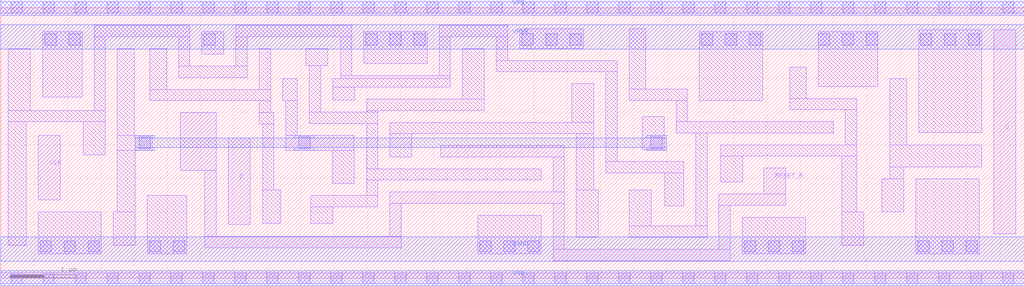
<source format=lef>
# Copyright 2020 The SkyWater PDK Authors
#
# Licensed under the Apache License, Version 2.0 (the "License");
# you may not use this file except in compliance with the License.
# You may obtain a copy of the License at
#
#     https://www.apache.org/licenses/LICENSE-2.0
#
# Unless required by applicable law or agreed to in writing, software
# distributed under the License is distributed on an "AS IS" BASIS,
# WITHOUT WARRANTIES OR CONDITIONS OF ANY KIND, either express or implied.
# See the License for the specific language governing permissions and
# limitations under the License.
#
# SPDX-License-Identifier: Apache-2.0

VERSION 5.5 ;
NAMESCASESENSITIVE ON ;
BUSBITCHARS "[]" ;
DIVIDERCHAR "/" ;
MACRO sky130_fd_sc_hvl__dfrtp_1
  CLASS CORE ;
  SOURCE USER ;
  ORIGIN  0.000000  0.000000 ;
  SIZE  15.36000 BY  4.070000 ;
  SYMMETRY X Y ;
  SITE unithv ;
  PIN D
    ANTENNAGATEAREA  0.420000 ;
    DIRECTION INPUT ;
    USE SIGNAL ;
    PORT
      LAYER li1 ;
        RECT 3.415000 0.810000 3.745000 2.105000 ;
    END
  END D
  PIN Q
    ANTENNADIFFAREA  0.611250 ;
    DIRECTION OUTPUT ;
    USE SIGNAL ;
    PORT
      LAYER li1 ;
        RECT 14.900000 0.665000 15.235000 3.735000 ;
    END
  END Q
  PIN RESET_B
    ANTENNAGATEAREA  1.260000 ;
    DIRECTION INPUT ;
    USE SIGNAL ;
    PORT
      LAYER li1 ;
        RECT  2.695000 1.620000  3.235000 2.490000 ;
        RECT  3.065000 0.460000  6.010000 0.630000 ;
        RECT  3.065000 0.630000  3.235000 1.620000 ;
        RECT  5.840000 0.630000  6.010000 1.125000 ;
        RECT  5.840000 1.125000  8.460000 1.295000 ;
        RECT  6.605000 1.825000  8.460000 1.995000 ;
        RECT  8.290000 0.265000 10.950000 0.435000 ;
        RECT  8.290000 0.435000  8.460000 1.125000 ;
        RECT  8.290000 1.295000  8.460000 1.825000 ;
        RECT 10.780000 0.435000 10.950000 1.095000 ;
        RECT 10.780000 1.095000 11.785000 1.265000 ;
        RECT 11.455000 1.265000 11.785000 1.655000 ;
    END
  END RESET_B
  PIN CLK
    ANTENNAGATEAREA  0.585000 ;
    DIRECTION INPUT ;
    USE CLOCK ;
    PORT
      LAYER li1 ;
        RECT 0.560000 1.175000 0.890000 2.150000 ;
    END
  END CLK
  PIN VGND
    DIRECTION INOUT ;
    USE GROUND ;
    PORT
      LAYER met1 ;
        RECT 0.000000 0.255000 15.360000 0.625000 ;
    END
  END VGND
  PIN VNB
    DIRECTION INOUT ;
    USE GROUND ;
    PORT
      LAYER met1 ;
        RECT 0.000000 -0.115000 15.360000 0.115000 ;
    END
  END VNB
  PIN VPB
    DIRECTION INOUT ;
    USE POWER ;
    PORT
      LAYER met1 ;
        RECT 0.000000 3.955000 15.360000 4.185000 ;
    END
  END VPB
  PIN VPWR
    DIRECTION INOUT ;
    USE POWER ;
    PORT
      LAYER met1 ;
        RECT 0.000000 3.445000 15.360000 3.815000 ;
    END
  END VPWR
  OBS
    LAYER li1 ;
      RECT  0.000000 -0.085000 15.360000 0.085000 ;
      RECT  0.000000  3.985000 15.360000 4.155000 ;
      RECT  0.110000  0.495000  0.380000 2.355000 ;
      RECT  0.110000  2.355000  1.570000 2.525000 ;
      RECT  0.110000  2.525000  0.440000 3.455000 ;
      RECT  0.560000  0.365000  1.510000 0.995000 ;
      RECT  0.630000  2.725000  1.220000 3.705000 ;
      RECT  1.240000  1.855000  1.570000 2.355000 ;
      RECT  1.400000  2.525000  1.570000 3.635000 ;
      RECT  1.400000  3.635000  2.840000 3.805000 ;
      RECT  1.690000  0.495000  2.020000 0.995000 ;
      RECT  1.750000  0.995000  2.020000 1.920000 ;
      RECT  1.750000  1.920000  2.275000 2.150000 ;
      RECT  1.750000  2.150000  2.000000 3.455000 ;
      RECT  2.200000  0.365000  2.790000 1.245000 ;
      RECT  2.240000  2.670000  4.050000 2.840000 ;
      RECT  2.240000  2.840000  2.490000 3.455000 ;
      RECT  2.670000  3.020000  3.700000 3.190000 ;
      RECT  2.670000  3.190000  2.840000 3.635000 ;
      RECT  3.020000  3.370000  3.350000 3.705000 ;
      RECT  3.530000  3.190000  3.700000 3.635000 ;
      RECT  3.530000  3.635000  5.270000 3.805000 ;
      RECT  3.880000  2.320000  4.100000 2.490000 ;
      RECT  3.880000  2.490000  4.050000 2.670000 ;
      RECT  3.880000  2.840000  4.050000 3.455000 ;
      RECT  3.930000  0.825000  4.200000 1.325000 ;
      RECT  3.930000  1.325000  4.100000 2.320000 ;
      RECT  4.230000  2.670000  4.450000 3.000000 ;
      RECT  4.280000  1.920000  5.305000 2.150000 ;
      RECT  4.280000  2.150000  4.450000 2.670000 ;
      RECT  4.580000  3.200000  4.910000 3.455000 ;
      RECT  4.630000  2.330000  5.660000 2.500000 ;
      RECT  4.630000  2.500000  4.800000 3.200000 ;
      RECT  4.650000  0.825000  4.980000 1.075000 ;
      RECT  4.650000  1.075000  5.660000 1.245000 ;
      RECT  4.975000  1.425000  5.305000 1.920000 ;
      RECT  4.980000  2.680000  5.310000 2.875000 ;
      RECT  4.980000  2.875000  6.750000 3.000000 ;
      RECT  5.100000  3.000000  6.750000 3.045000 ;
      RECT  5.100000  3.045000  5.270000 3.635000 ;
      RECT  5.450000  3.225000  6.400000 3.705000 ;
      RECT  5.490000  1.245000  5.660000 1.475000 ;
      RECT  5.490000  1.475000  8.110000 1.645000 ;
      RECT  5.490000  1.645000  5.660000 2.330000 ;
      RECT  5.490000  2.500000  5.660000 2.525000 ;
      RECT  5.490000  2.525000  7.260000 2.695000 ;
      RECT  5.840000  1.825000  6.170000 2.175000 ;
      RECT  5.840000  2.175000  8.900000 2.345000 ;
      RECT  6.580000  3.045000  6.750000 3.635000 ;
      RECT  6.580000  3.635000  7.610000 3.805000 ;
      RECT  6.930000  2.695000  7.260000 3.455000 ;
      RECT  7.160000  0.365000  8.110000 0.945000 ;
      RECT  7.440000  3.105000  9.250000 3.275000 ;
      RECT  7.440000  3.275000  7.610000 3.635000 ;
      RECT  7.790000  3.455000  8.740000 3.755000 ;
      RECT  8.570000  2.345000  8.900000 2.925000 ;
      RECT  8.640000  0.615000  8.970000 1.325000 ;
      RECT  8.640000  1.325000  8.900000 2.175000 ;
      RECT  9.080000  1.585000 10.250000 1.755000 ;
      RECT  9.080000  1.755000  9.250000 3.105000 ;
      RECT  9.430000  0.615000 10.600000 0.785000 ;
      RECT  9.430000  0.785000  9.760000 1.325000 ;
      RECT  9.430000  2.675000 10.305000 2.845000 ;
      RECT  9.430000  2.845000  9.680000 3.755000 ;
      RECT  9.625000  1.935000  9.955000 2.435000 ;
      RECT  9.965000  1.085000 10.250000 1.585000 ;
      RECT 10.135000  2.185000 12.495000 2.355000 ;
      RECT 10.135000  2.355000 10.305000 2.675000 ;
      RECT 10.430000  0.785000 10.600000 2.185000 ;
      RECT 10.485000  2.675000 11.435000 3.705000 ;
      RECT 10.805000  1.445000 11.135000 1.835000 ;
      RECT 10.805000  1.835000 12.845000 2.005000 ;
      RECT 11.130000  0.365000 12.080000 0.915000 ;
      RECT 11.840000  2.535000 12.845000 2.705000 ;
      RECT 11.840000  2.705000 12.090000 3.175000 ;
      RECT 12.270000  2.885000 13.165000 3.705000 ;
      RECT 12.620000  0.495000 12.950000 0.995000 ;
      RECT 12.620000  0.995000 12.845000 1.835000 ;
      RECT 12.675000  2.005000 12.845000 2.535000 ;
      RECT 13.225000  0.995000 13.555000 1.495000 ;
      RECT 13.345000  1.495000 13.555000 1.675000 ;
      RECT 13.345000  1.675000 14.720000 2.005000 ;
      RECT 13.345000  2.005000 13.595000 3.005000 ;
      RECT 13.735000  0.365000 14.685000 1.495000 ;
      RECT 13.775000  2.195000 14.720000 3.735000 ;
    LAYER mcon ;
      RECT  0.155000 -0.085000  0.325000 0.085000 ;
      RECT  0.155000 -0.085000  0.325000 0.085000 ;
      RECT  0.155000  3.985000  0.325000 4.155000 ;
      RECT  0.155000  3.985000  0.325000 4.155000 ;
      RECT  0.590000  0.395000  0.760000 0.565000 ;
      RECT  0.635000 -0.085000  0.805000 0.085000 ;
      RECT  0.635000 -0.085000  0.805000 0.085000 ;
      RECT  0.635000  3.985000  0.805000 4.155000 ;
      RECT  0.635000  3.985000  0.805000 4.155000 ;
      RECT  0.660000  3.505000  0.830000 3.675000 ;
      RECT  0.950000  0.395000  1.120000 0.565000 ;
      RECT  1.020000  3.505000  1.190000 3.675000 ;
      RECT  1.115000 -0.085000  1.285000 0.085000 ;
      RECT  1.115000 -0.085000  1.285000 0.085000 ;
      RECT  1.115000  3.985000  1.285000 4.155000 ;
      RECT  1.115000  3.985000  1.285000 4.155000 ;
      RECT  1.310000  0.395000  1.480000 0.565000 ;
      RECT  1.595000 -0.085000  1.765000 0.085000 ;
      RECT  1.595000 -0.085000  1.765000 0.085000 ;
      RECT  1.595000  3.985000  1.765000 4.155000 ;
      RECT  1.595000  3.985000  1.765000 4.155000 ;
      RECT  2.075000 -0.085000  2.245000 0.085000 ;
      RECT  2.075000 -0.085000  2.245000 0.085000 ;
      RECT  2.075000  1.950000  2.245000 2.120000 ;
      RECT  2.075000  3.985000  2.245000 4.155000 ;
      RECT  2.075000  3.985000  2.245000 4.155000 ;
      RECT  2.230000  0.395000  2.400000 0.565000 ;
      RECT  2.555000 -0.085000  2.725000 0.085000 ;
      RECT  2.555000 -0.085000  2.725000 0.085000 ;
      RECT  2.555000  3.985000  2.725000 4.155000 ;
      RECT  2.555000  3.985000  2.725000 4.155000 ;
      RECT  2.590000  0.395000  2.760000 0.565000 ;
      RECT  3.035000 -0.085000  3.205000 0.085000 ;
      RECT  3.035000 -0.085000  3.205000 0.085000 ;
      RECT  3.035000  3.985000  3.205000 4.155000 ;
      RECT  3.035000  3.985000  3.205000 4.155000 ;
      RECT  3.050000  3.505000  3.220000 3.675000 ;
      RECT  3.515000 -0.085000  3.685000 0.085000 ;
      RECT  3.515000 -0.085000  3.685000 0.085000 ;
      RECT  3.515000  3.985000  3.685000 4.155000 ;
      RECT  3.515000  3.985000  3.685000 4.155000 ;
      RECT  3.995000 -0.085000  4.165000 0.085000 ;
      RECT  3.995000 -0.085000  4.165000 0.085000 ;
      RECT  3.995000  3.985000  4.165000 4.155000 ;
      RECT  3.995000  3.985000  4.165000 4.155000 ;
      RECT  4.475000 -0.085000  4.645000 0.085000 ;
      RECT  4.475000 -0.085000  4.645000 0.085000 ;
      RECT  4.475000  1.950000  4.645000 2.120000 ;
      RECT  4.475000  3.985000  4.645000 4.155000 ;
      RECT  4.475000  3.985000  4.645000 4.155000 ;
      RECT  4.955000 -0.085000  5.125000 0.085000 ;
      RECT  4.955000 -0.085000  5.125000 0.085000 ;
      RECT  4.955000  3.985000  5.125000 4.155000 ;
      RECT  4.955000  3.985000  5.125000 4.155000 ;
      RECT  5.435000 -0.085000  5.605000 0.085000 ;
      RECT  5.435000 -0.085000  5.605000 0.085000 ;
      RECT  5.435000  3.985000  5.605000 4.155000 ;
      RECT  5.435000  3.985000  5.605000 4.155000 ;
      RECT  5.480000  3.505000  5.650000 3.675000 ;
      RECT  5.840000  3.505000  6.010000 3.675000 ;
      RECT  5.915000 -0.085000  6.085000 0.085000 ;
      RECT  5.915000 -0.085000  6.085000 0.085000 ;
      RECT  5.915000  3.985000  6.085000 4.155000 ;
      RECT  5.915000  3.985000  6.085000 4.155000 ;
      RECT  6.200000  3.505000  6.370000 3.675000 ;
      RECT  6.395000 -0.085000  6.565000 0.085000 ;
      RECT  6.395000 -0.085000  6.565000 0.085000 ;
      RECT  6.395000  3.985000  6.565000 4.155000 ;
      RECT  6.395000  3.985000  6.565000 4.155000 ;
      RECT  6.875000 -0.085000  7.045000 0.085000 ;
      RECT  6.875000 -0.085000  7.045000 0.085000 ;
      RECT  6.875000  3.985000  7.045000 4.155000 ;
      RECT  6.875000  3.985000  7.045000 4.155000 ;
      RECT  7.190000  0.395000  7.360000 0.565000 ;
      RECT  7.355000 -0.085000  7.525000 0.085000 ;
      RECT  7.355000 -0.085000  7.525000 0.085000 ;
      RECT  7.355000  3.985000  7.525000 4.155000 ;
      RECT  7.355000  3.985000  7.525000 4.155000 ;
      RECT  7.550000  0.395000  7.720000 0.565000 ;
      RECT  7.820000  3.505000  7.990000 3.675000 ;
      RECT  7.835000 -0.085000  8.005000 0.085000 ;
      RECT  7.835000 -0.085000  8.005000 0.085000 ;
      RECT  7.835000  3.985000  8.005000 4.155000 ;
      RECT  7.835000  3.985000  8.005000 4.155000 ;
      RECT  7.910000  0.395000  8.080000 0.565000 ;
      RECT  8.180000  3.505000  8.350000 3.675000 ;
      RECT  8.315000 -0.085000  8.485000 0.085000 ;
      RECT  8.315000 -0.085000  8.485000 0.085000 ;
      RECT  8.315000  3.985000  8.485000 4.155000 ;
      RECT  8.315000  3.985000  8.485000 4.155000 ;
      RECT  8.540000  3.505000  8.710000 3.675000 ;
      RECT  8.795000 -0.085000  8.965000 0.085000 ;
      RECT  8.795000 -0.085000  8.965000 0.085000 ;
      RECT  8.795000  3.985000  8.965000 4.155000 ;
      RECT  8.795000  3.985000  8.965000 4.155000 ;
      RECT  9.275000 -0.085000  9.445000 0.085000 ;
      RECT  9.275000 -0.085000  9.445000 0.085000 ;
      RECT  9.275000  3.985000  9.445000 4.155000 ;
      RECT  9.275000  3.985000  9.445000 4.155000 ;
      RECT  9.755000 -0.085000  9.925000 0.085000 ;
      RECT  9.755000 -0.085000  9.925000 0.085000 ;
      RECT  9.755000  1.950000  9.925000 2.120000 ;
      RECT  9.755000  3.985000  9.925000 4.155000 ;
      RECT  9.755000  3.985000  9.925000 4.155000 ;
      RECT 10.235000 -0.085000 10.405000 0.085000 ;
      RECT 10.235000 -0.085000 10.405000 0.085000 ;
      RECT 10.235000  3.985000 10.405000 4.155000 ;
      RECT 10.235000  3.985000 10.405000 4.155000 ;
      RECT 10.515000  3.505000 10.685000 3.675000 ;
      RECT 10.715000 -0.085000 10.885000 0.085000 ;
      RECT 10.715000 -0.085000 10.885000 0.085000 ;
      RECT 10.715000  3.985000 10.885000 4.155000 ;
      RECT 10.715000  3.985000 10.885000 4.155000 ;
      RECT 10.875000  3.505000 11.045000 3.675000 ;
      RECT 11.160000  0.395000 11.330000 0.565000 ;
      RECT 11.195000 -0.085000 11.365000 0.085000 ;
      RECT 11.195000 -0.085000 11.365000 0.085000 ;
      RECT 11.195000  3.985000 11.365000 4.155000 ;
      RECT 11.195000  3.985000 11.365000 4.155000 ;
      RECT 11.235000  3.505000 11.405000 3.675000 ;
      RECT 11.520000  0.395000 11.690000 0.565000 ;
      RECT 11.675000 -0.085000 11.845000 0.085000 ;
      RECT 11.675000 -0.085000 11.845000 0.085000 ;
      RECT 11.675000  3.985000 11.845000 4.155000 ;
      RECT 11.675000  3.985000 11.845000 4.155000 ;
      RECT 11.880000  0.395000 12.050000 0.565000 ;
      RECT 12.155000 -0.085000 12.325000 0.085000 ;
      RECT 12.155000 -0.085000 12.325000 0.085000 ;
      RECT 12.155000  3.985000 12.325000 4.155000 ;
      RECT 12.155000  3.985000 12.325000 4.155000 ;
      RECT 12.270000  3.505000 12.440000 3.675000 ;
      RECT 12.630000  3.505000 12.800000 3.675000 ;
      RECT 12.635000 -0.085000 12.805000 0.085000 ;
      RECT 12.635000 -0.085000 12.805000 0.085000 ;
      RECT 12.635000  3.985000 12.805000 4.155000 ;
      RECT 12.635000  3.985000 12.805000 4.155000 ;
      RECT 12.990000  3.505000 13.160000 3.675000 ;
      RECT 13.115000 -0.085000 13.285000 0.085000 ;
      RECT 13.115000 -0.085000 13.285000 0.085000 ;
      RECT 13.115000  3.985000 13.285000 4.155000 ;
      RECT 13.115000  3.985000 13.285000 4.155000 ;
      RECT 13.595000 -0.085000 13.765000 0.085000 ;
      RECT 13.595000 -0.085000 13.765000 0.085000 ;
      RECT 13.595000  3.985000 13.765000 4.155000 ;
      RECT 13.595000  3.985000 13.765000 4.155000 ;
      RECT 13.765000  0.395000 13.935000 0.565000 ;
      RECT 13.800000  3.505000 13.970000 3.675000 ;
      RECT 14.075000 -0.085000 14.245000 0.085000 ;
      RECT 14.075000 -0.085000 14.245000 0.085000 ;
      RECT 14.075000  3.985000 14.245000 4.155000 ;
      RECT 14.075000  3.985000 14.245000 4.155000 ;
      RECT 14.125000  0.395000 14.295000 0.565000 ;
      RECT 14.160000  3.505000 14.330000 3.675000 ;
      RECT 14.485000  0.395000 14.655000 0.565000 ;
      RECT 14.520000  3.505000 14.690000 3.675000 ;
      RECT 14.555000 -0.085000 14.725000 0.085000 ;
      RECT 14.555000 -0.085000 14.725000 0.085000 ;
      RECT 14.555000  3.985000 14.725000 4.155000 ;
      RECT 14.555000  3.985000 14.725000 4.155000 ;
      RECT 15.035000 -0.085000 15.205000 0.085000 ;
      RECT 15.035000 -0.085000 15.205000 0.085000 ;
      RECT 15.035000  3.985000 15.205000 4.155000 ;
      RECT 15.035000  3.985000 15.205000 4.155000 ;
    LAYER met1 ;
      RECT 2.015000 1.920000 2.305000 1.965000 ;
      RECT 2.015000 1.965000 9.985000 2.105000 ;
      RECT 2.015000 2.105000 2.305000 2.150000 ;
      RECT 4.415000 1.920000 4.705000 1.965000 ;
      RECT 4.415000 2.105000 4.705000 2.150000 ;
      RECT 9.695000 1.920000 9.985000 1.965000 ;
      RECT 9.695000 2.105000 9.985000 2.150000 ;
  END
END sky130_fd_sc_hvl__dfrtp_1

</source>
